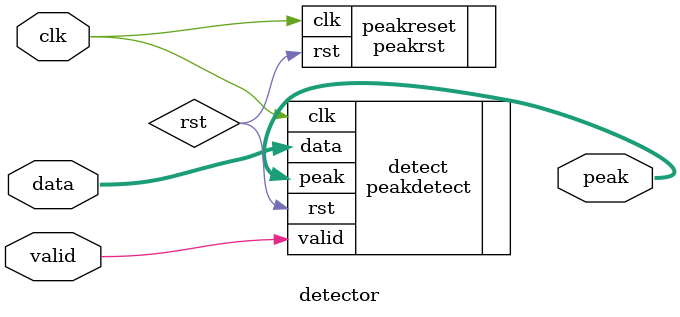
<source format=v>
/*
Rohan Krishna Ramkhumar, rxr353
Outputs the peak in given time
*/
module detector(
					input clk,
					input valid,
					input [11:0] data,
					output [11:0] peak
					);
					
wire rst;

peakrst peakreset(.clk(clk), .rst(rst));
peakdetect detect(.clk(clk), .rst(rst), .valid(valid), .data(data), .peak(peak));

endmodule

</source>
